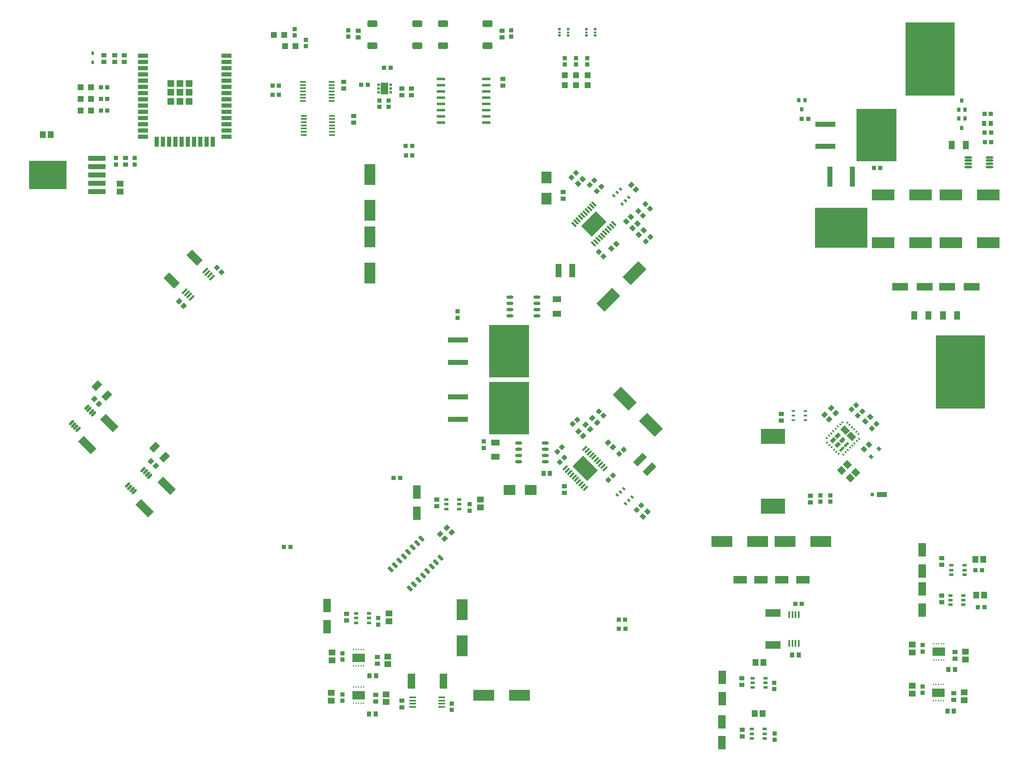
<source format=gbr>
G04*
G04 #@! TF.GenerationSoftware,Altium Limited,Altium Designer,22.4.2 (48)*
G04*
G04 Layer_Color=8421504*
%FSLAX25Y25*%
%MOIN*%
G70*
G04*
G04 #@! TF.SameCoordinates,B172E609-1CFC-4B23-86F5-1081F1DC675F*
G04*
G04*
G04 #@! TF.FilePolarity,Positive*
G04*
G01*
G75*
G04:AMPARAMS|DCode=23|XSize=27.56mil|YSize=17.72mil|CornerRadius=0mil|HoleSize=0mil|Usage=FLASHONLY|Rotation=135.000|XOffset=0mil|YOffset=0mil|HoleType=Round|Shape=Rectangle|*
%AMROTATEDRECTD23*
4,1,4,0.01601,-0.00348,0.00348,-0.01601,-0.01601,0.00348,-0.00348,0.01601,0.01601,-0.00348,0.0*
%
%ADD23ROTATEDRECTD23*%

G04:AMPARAMS|DCode=24|XSize=27.56mil|YSize=17.72mil|CornerRadius=0mil|HoleSize=0mil|Usage=FLASHONLY|Rotation=135.000|XOffset=0mil|YOffset=0mil|HoleType=Round|Shape=Rectangle|*
%AMROTATEDRECTD24*
4,1,4,0.01601,-0.00348,0.00348,-0.01601,-0.01601,0.00348,-0.00348,0.01601,0.01601,-0.00348,0.0*
%
%ADD24ROTATEDRECTD24*%

%ADD25R,0.02756X0.01772*%
%ADD26R,0.02756X0.01772*%
%ADD27R,0.39370X0.59055*%
%ADD28R,0.02362X0.01968*%
%ADD29R,0.06102X0.09646*%
%ADD30R,0.08661X0.16535*%
G04:AMPARAMS|DCode=31|XSize=21.65mil|YSize=66.93mil|CornerRadius=1.95mil|HoleSize=0mil|Usage=FLASHONLY|Rotation=90.000|XOffset=0mil|YOffset=0mil|HoleType=Round|Shape=RoundedRectangle|*
%AMROUNDEDRECTD31*
21,1,0.02165,0.06303,0,0,90.0*
21,1,0.01776,0.06693,0,0,90.0*
1,1,0.00390,0.03152,0.00888*
1,1,0.00390,0.03152,-0.00888*
1,1,0.00390,-0.03152,-0.00888*
1,1,0.00390,-0.03152,0.00888*
%
%ADD31ROUNDEDRECTD31*%
%ADD32R,0.03543X0.03937*%
%ADD33R,0.09843X0.06693*%
%ADD34R,0.00984X0.01575*%
%ADD35R,0.03740X0.03347*%
%ADD36R,0.03937X0.03543*%
G04:AMPARAMS|DCode=37|XSize=39.37mil|YSize=35.43mil|CornerRadius=0mil|HoleSize=0mil|Usage=FLASHONLY|Rotation=45.000|XOffset=0mil|YOffset=0mil|HoleType=Round|Shape=Rectangle|*
%AMROTATEDRECTD37*
4,1,4,-0.00139,-0.02645,-0.02645,-0.00139,0.00139,0.02645,0.02645,0.00139,-0.00139,-0.02645,0.0*
%
%ADD37ROTATEDRECTD37*%

G04:AMPARAMS|DCode=38|XSize=37.4mil|YSize=33.47mil|CornerRadius=0mil|HoleSize=0mil|Usage=FLASHONLY|Rotation=225.000|XOffset=0mil|YOffset=0mil|HoleType=Round|Shape=Rectangle|*
%AMROTATEDRECTD38*
4,1,4,0.00139,0.02506,0.02506,0.00139,-0.00139,-0.02506,-0.02506,-0.00139,0.00139,0.02506,0.0*
%
%ADD38ROTATEDRECTD38*%

G04:AMPARAMS|DCode=39|XSize=39.37mil|YSize=35.43mil|CornerRadius=0mil|HoleSize=0mil|Usage=FLASHONLY|Rotation=135.000|XOffset=0mil|YOffset=0mil|HoleType=Round|Shape=Rectangle|*
%AMROTATEDRECTD39*
4,1,4,0.02645,-0.00139,0.00139,-0.02645,-0.02645,0.00139,-0.00139,0.02645,0.02645,-0.00139,0.0*
%
%ADD39ROTATEDRECTD39*%

G04:AMPARAMS|DCode=40|XSize=37.4mil|YSize=33.47mil|CornerRadius=0mil|HoleSize=0mil|Usage=FLASHONLY|Rotation=135.000|XOffset=0mil|YOffset=0mil|HoleType=Round|Shape=Rectangle|*
%AMROTATEDRECTD40*
4,1,4,0.02506,-0.00139,0.00139,-0.02506,-0.02506,0.00139,-0.00139,0.02506,0.02506,-0.00139,0.0*
%
%ADD40ROTATEDRECTD40*%

%ADD41R,0.08465X0.09646*%
G04:AMPARAMS|DCode=42|XSize=118.11mil|YSize=165.35mil|CornerRadius=1.77mil|HoleSize=0mil|Usage=FLASHONLY|Rotation=135.000|XOffset=0mil|YOffset=0mil|HoleType=Round|Shape=RoundedRectangle|*
%AMROUNDEDRECTD42*
21,1,0.11811,0.16181,0,0,135.0*
21,1,0.11457,0.16535,0,0,135.0*
1,1,0.00354,0.01670,0.09771*
1,1,0.00354,0.09771,0.01670*
1,1,0.00354,-0.01670,-0.09771*
1,1,0.00354,-0.09771,-0.01670*
%
%ADD42ROUNDEDRECTD42*%
G04:AMPARAMS|DCode=43|XSize=15.75mil|YSize=47.24mil|CornerRadius=1.97mil|HoleSize=0mil|Usage=FLASHONLY|Rotation=225.000|XOffset=0mil|YOffset=0mil|HoleType=Round|Shape=RoundedRectangle|*
%AMROUNDEDRECTD43*
21,1,0.01575,0.04331,0,0,225.0*
21,1,0.01181,0.04724,0,0,225.0*
1,1,0.00394,-0.01949,0.01114*
1,1,0.00394,-0.01114,0.01949*
1,1,0.00394,0.01949,-0.01114*
1,1,0.00394,0.01114,-0.01949*
%
%ADD43ROUNDEDRECTD43*%
G04:AMPARAMS|DCode=44|XSize=90.55mil|YSize=179.13mil|CornerRadius=0mil|HoleSize=0mil|Usage=FLASHONLY|Rotation=135.000|XOffset=0mil|YOffset=0mil|HoleType=Round|Shape=Rectangle|*
%AMROTATEDRECTD44*
4,1,4,0.09535,0.03132,-0.03132,-0.09535,-0.09535,-0.03132,0.03132,0.09535,0.09535,0.03132,0.0*
%
%ADD44ROTATEDRECTD44*%

%ADD45R,0.03347X0.03740*%
G04:AMPARAMS|DCode=46|XSize=90.55mil|YSize=179.13mil|CornerRadius=0mil|HoleSize=0mil|Usage=FLASHONLY|Rotation=225.000|XOffset=0mil|YOffset=0mil|HoleType=Round|Shape=Rectangle|*
%AMROTATEDRECTD46*
4,1,4,-0.03132,0.09535,0.09535,-0.03132,0.03132,-0.09535,-0.09535,0.03132,-0.03132,0.09535,0.0*
%
%ADD46ROTATEDRECTD46*%

%ADD47R,0.09646X0.08465*%
G04:AMPARAMS|DCode=48|XSize=106.3mil|YSize=51.18mil|CornerRadius=0mil|HoleSize=0mil|Usage=FLASHONLY|Rotation=225.000|XOffset=0mil|YOffset=0mil|HoleType=Round|Shape=Rectangle|*
%AMROTATEDRECTD48*
4,1,4,0.01949,0.05568,0.05568,0.01949,-0.01949,-0.05568,-0.05568,-0.01949,0.01949,0.05568,0.0*
%
%ADD48ROTATEDRECTD48*%

G04:AMPARAMS|DCode=49|XSize=32.68mil|YSize=24.61mil|CornerRadius=0mil|HoleSize=0mil|Usage=FLASHONLY|Rotation=315.000|XOffset=0mil|YOffset=0mil|HoleType=Round|Shape=Rectangle|*
%AMROTATEDRECTD49*
4,1,4,-0.02025,0.00285,-0.00285,0.02025,0.02025,-0.00285,0.00285,-0.02025,-0.02025,0.00285,0.0*
%
%ADD49ROTATEDRECTD49*%

%ADD50R,0.07874X0.04331*%
%ADD51R,0.03150X0.03150*%
%ADD52R,0.02362X0.01968*%
%ADD53R,0.02362X0.01575*%
%ADD54R,0.04724X0.04724*%
G04:AMPARAMS|DCode=55|XSize=55.12mil|YSize=51.18mil|CornerRadius=0mil|HoleSize=0mil|Usage=FLASHONLY|Rotation=135.000|XOffset=0mil|YOffset=0mil|HoleType=Round|Shape=Rectangle|*
%AMROTATEDRECTD55*
4,1,4,0.03758,-0.00139,0.00139,-0.03758,-0.03758,0.00139,-0.00139,0.03758,0.03758,-0.00139,0.0*
%
%ADD55ROTATEDRECTD55*%

%ADD56R,0.04724X0.04724*%
G04:AMPARAMS|DCode=57|XSize=55.12mil|YSize=82.68mil|CornerRadius=13.78mil|HoleSize=0mil|Usage=FLASHONLY|Rotation=90.000|XOffset=0mil|YOffset=0mil|HoleType=Round|Shape=RoundedRectangle|*
%AMROUNDEDRECTD57*
21,1,0.05512,0.05512,0,0,90.0*
21,1,0.02756,0.08268,0,0,90.0*
1,1,0.02756,0.02756,0.01378*
1,1,0.02756,0.02756,-0.01378*
1,1,0.02756,-0.02756,-0.01378*
1,1,0.02756,-0.02756,0.01378*
%
%ADD57ROUNDEDRECTD57*%
%ADD58O,0.04961X0.01417*%
%ADD59R,0.05236X0.05236*%
%ADD60R,0.03543X0.07874*%
%ADD61R,0.07874X0.03543*%
%ADD62R,0.01968X0.03150*%
%ADD63R,0.05118X0.05512*%
G04:AMPARAMS|DCode=64|XSize=228.35mil|YSize=303.15mil|CornerRadius=2.28mil|HoleSize=0mil|Usage=FLASHONLY|Rotation=270.000|XOffset=0mil|YOffset=0mil|HoleType=Round|Shape=RoundedRectangle|*
%AMROUNDEDRECTD64*
21,1,0.22835,0.29858,0,0,270.0*
21,1,0.22378,0.30315,0,0,270.0*
1,1,0.00457,-0.14929,-0.11189*
1,1,0.00457,-0.14929,0.11189*
1,1,0.00457,0.14929,0.11189*
1,1,0.00457,0.14929,-0.11189*
%
%ADD64ROUNDEDRECTD64*%
G04:AMPARAMS|DCode=65|XSize=39.37mil|YSize=137.8mil|CornerRadius=1.97mil|HoleSize=0mil|Usage=FLASHONLY|Rotation=270.000|XOffset=0mil|YOffset=0mil|HoleType=Round|Shape=RoundedRectangle|*
%AMROUNDEDRECTD65*
21,1,0.03937,0.13386,0,0,270.0*
21,1,0.03543,0.13780,0,0,270.0*
1,1,0.00394,-0.06693,-0.01772*
1,1,0.00394,-0.06693,0.01772*
1,1,0.00394,0.06693,0.01772*
1,1,0.00394,0.06693,-0.01772*
%
%ADD65ROUNDEDRECTD65*%
%ADD66R,0.05512X0.05118*%
%ADD67O,0.06299X0.01772*%
%ADD68R,0.32284X0.42323*%
%ADD69R,0.16339X0.04331*%
G04:AMPARAMS|DCode=70|XSize=51.58mil|YSize=24.41mil|CornerRadius=3.05mil|HoleSize=0mil|Usage=FLASHONLY|Rotation=315.000|XOffset=0mil|YOffset=0mil|HoleType=Round|Shape=RoundedRectangle|*
%AMROUNDEDRECTD70*
21,1,0.05158,0.01831,0,0,315.0*
21,1,0.04547,0.02441,0,0,315.0*
1,1,0.00610,0.00960,-0.02255*
1,1,0.00610,-0.02255,0.00960*
1,1,0.00610,-0.00960,0.02255*
1,1,0.00610,0.02255,-0.00960*
%
%ADD70ROUNDEDRECTD70*%
G04:AMPARAMS|DCode=71|XSize=15.75mil|YSize=11.81mil|CornerRadius=0mil|HoleSize=0mil|Usage=FLASHONLY|Rotation=225.000|XOffset=0mil|YOffset=0mil|HoleType=Round|Shape=Rectangle|*
%AMROTATEDRECTD71*
4,1,4,0.00139,0.00974,0.00974,0.00139,-0.00139,-0.00974,-0.00974,-0.00139,0.00139,0.00974,0.0*
%
%ADD71ROTATEDRECTD71*%

G04:AMPARAMS|DCode=72|XSize=15.75mil|YSize=11.81mil|CornerRadius=0mil|HoleSize=0mil|Usage=FLASHONLY|Rotation=135.000|XOffset=0mil|YOffset=0mil|HoleType=Round|Shape=Rectangle|*
%AMROTATEDRECTD72*
4,1,4,0.00974,-0.00139,0.00139,-0.00974,-0.00974,0.00139,-0.00139,0.00974,0.00974,-0.00139,0.0*
%
%ADD72ROTATEDRECTD72*%

G04:AMPARAMS|DCode=73|XSize=118.11mil|YSize=165.35mil|CornerRadius=1.77mil|HoleSize=0mil|Usage=FLASHONLY|Rotation=225.000|XOffset=0mil|YOffset=0mil|HoleType=Round|Shape=RoundedRectangle|*
%AMROUNDEDRECTD73*
21,1,0.11811,0.16181,0,0,225.0*
21,1,0.11457,0.16535,0,0,225.0*
1,1,0.00354,-0.09771,0.01670*
1,1,0.00354,-0.01670,0.09771*
1,1,0.00354,0.09771,-0.01670*
1,1,0.00354,0.01670,-0.09771*
%
%ADD73ROUNDEDRECTD73*%
G04:AMPARAMS|DCode=74|XSize=15.75mil|YSize=47.24mil|CornerRadius=1.97mil|HoleSize=0mil|Usage=FLASHONLY|Rotation=315.000|XOffset=0mil|YOffset=0mil|HoleType=Round|Shape=RoundedRectangle|*
%AMROUNDEDRECTD74*
21,1,0.01575,0.04331,0,0,315.0*
21,1,0.01181,0.04724,0,0,315.0*
1,1,0.00394,-0.01114,-0.01949*
1,1,0.00394,-0.01949,-0.01114*
1,1,0.00394,0.01114,0.01949*
1,1,0.00394,0.01949,0.01114*
%
%ADD74ROUNDEDRECTD74*%
%ADD75R,0.16535X0.08661*%
%ADD76R,0.05512X0.01772*%
%ADD77R,0.06299X0.12205*%
%ADD78R,0.05118X0.10630*%
G04:AMPARAMS|DCode=79|XSize=17.72mil|YSize=55.12mil|CornerRadius=0mil|HoleSize=0mil|Usage=FLASHONLY|Rotation=135.000|XOffset=0mil|YOffset=0mil|HoleType=Round|Shape=Rectangle|*
%AMROTATEDRECTD79*
4,1,4,0.02575,0.01322,-0.01322,-0.02575,-0.02575,-0.01322,0.01322,0.02575,0.02575,0.01322,0.0*
%
%ADD79ROTATEDRECTD79*%

G04:AMPARAMS|DCode=80|XSize=122.05mil|YSize=62.99mil|CornerRadius=0mil|HoleSize=0mil|Usage=FLASHONLY|Rotation=315.000|XOffset=0mil|YOffset=0mil|HoleType=Round|Shape=Rectangle|*
%AMROTATEDRECTD80*
4,1,4,-0.06542,0.02088,-0.02088,0.06542,0.06542,-0.02088,0.02088,-0.06542,-0.06542,0.02088,0.0*
%
%ADD80ROTATEDRECTD80*%

%ADD81R,0.12205X0.06299*%
%ADD82R,0.01772X0.05512*%
%ADD83R,0.11024X0.06299*%
%ADD84R,0.19685X0.12205*%
%ADD85R,0.07087X0.05118*%
%ADD86O,0.05709X0.02362*%
G04:AMPARAMS|DCode=87|XSize=143.7mil|YSize=62.99mil|CornerRadius=0mil|HoleSize=0mil|Usage=FLASHONLY|Rotation=315.000|XOffset=0mil|YOffset=0mil|HoleType=Round|Shape=Rectangle|*
%AMROTATEDRECTD87*
4,1,4,-0.07308,0.02854,-0.02854,0.07308,0.07308,-0.02854,0.02854,-0.07308,-0.07308,0.02854,0.0*
%
%ADD87ROTATEDRECTD87*%

G04:AMPARAMS|DCode=88|XSize=70.87mil|YSize=51.18mil|CornerRadius=0mil|HoleSize=0mil|Usage=FLASHONLY|Rotation=45.000|XOffset=0mil|YOffset=0mil|HoleType=Round|Shape=Rectangle|*
%AMROTATEDRECTD88*
4,1,4,-0.00696,-0.04315,-0.04315,-0.00696,0.00696,0.04315,0.04315,0.00696,-0.00696,-0.04315,0.0*
%
%ADD88ROTATEDRECTD88*%

G04:AMPARAMS|DCode=89|XSize=19.68mil|YSize=53.15mil|CornerRadius=0mil|HoleSize=0mil|Usage=FLASHONLY|Rotation=315.000|XOffset=0mil|YOffset=0mil|HoleType=Round|Shape=Round|*
%AMOVALD89*
21,1,0.03347,0.01968,0.00000,0.00000,45.0*
1,1,0.01968,-0.01183,-0.01183*
1,1,0.01968,0.01183,0.01183*
%
%ADD89OVALD89*%

%ADD90R,0.06299X0.11024*%
%ADD91R,0.03740X0.02362*%
%ADD92R,0.05118X0.07087*%
%ADD93R,0.02756X0.03543*%
%ADD94R,0.04331X0.16339*%
%ADD95R,0.42323X0.32284*%
%ADD96R,0.12598X0.06299*%
%ADD97R,0.17913X0.09055*%
G36*
X663456Y258790D02*
X660116Y255449D01*
X655801Y259764D01*
X659141Y263105D01*
X663456Y258790D01*
D02*
G37*
G36*
X656190Y255171D02*
X653100Y252081D01*
X650873Y254308D01*
X653963Y257398D01*
X656190Y255171D01*
D02*
G37*
G36*
X668328Y253918D02*
X664987Y250577D01*
X660672Y254892D01*
X664013Y258233D01*
X668328Y253918D01*
D02*
G37*
G36*
X659837Y251524D02*
X656747Y248434D01*
X654520Y250661D01*
X657610Y253751D01*
X659837Y251524D01*
D02*
G37*
G36*
X652543Y251524D02*
X649453Y248434D01*
X647226Y250661D01*
X650316Y253751D01*
X652543Y251524D01*
D02*
G37*
G36*
X662886Y248476D02*
X659796Y245385D01*
X658403Y246777D01*
X661494Y249868D01*
X662886Y248476D01*
D02*
G37*
G36*
X656190Y247877D02*
X653100Y244787D01*
X650873Y247014D01*
X653963Y250104D01*
X656190Y247877D01*
D02*
G37*
G36*
X659239Y244829D02*
X656149Y241739D01*
X654757Y243130D01*
X657847Y246221D01*
X659239Y244829D01*
D02*
G37*
D23*
X482116Y212217D02*
D03*
X476827Y206928D02*
D03*
X488798Y205536D02*
D03*
X483508Y200246D02*
D03*
X479225Y452442D02*
D03*
X473936Y447153D02*
D03*
X485907Y445761D02*
D03*
X480617Y440471D02*
D03*
D24*
X479471Y209572D02*
D03*
X486153Y202891D02*
D03*
X476580Y449797D02*
D03*
X483262Y443116D02*
D03*
D25*
X627559Y266929D02*
D03*
Y274409D02*
D03*
X618110Y266929D02*
D03*
Y274409D02*
D03*
D26*
X627559Y270669D02*
D03*
X618110D02*
D03*
D27*
X751968Y305906D02*
D03*
X727559Y556693D02*
D03*
D28*
X285197Y536221D02*
D03*
Y533071D02*
D03*
Y529921D02*
D03*
X294882D02*
D03*
Y533071D02*
D03*
Y536221D02*
D03*
D29*
X290039Y533071D02*
D03*
D30*
X278346Y385236D02*
D03*
Y413976D02*
D03*
X352362Y86221D02*
D03*
Y114961D02*
D03*
X278346Y435433D02*
D03*
Y464173D02*
D03*
D31*
X371850Y505728D02*
D03*
Y510728D02*
D03*
Y515728D02*
D03*
Y520728D02*
D03*
Y525728D02*
D03*
Y530728D02*
D03*
Y535728D02*
D03*
Y540728D02*
D03*
X335236Y505728D02*
D03*
Y510728D02*
D03*
Y515728D02*
D03*
Y520728D02*
D03*
Y525728D02*
D03*
Y530728D02*
D03*
Y535728D02*
D03*
Y540728D02*
D03*
D32*
X747638Y66929D02*
D03*
X742323D02*
D03*
X422835Y224410D02*
D03*
X417520D02*
D03*
X622441Y78740D02*
D03*
X617126D02*
D03*
X277658Y31496D02*
D03*
X282972D02*
D03*
X278051Y62205D02*
D03*
X283366D02*
D03*
X741535Y33858D02*
D03*
X746850D02*
D03*
X771063Y505118D02*
D03*
X776378D02*
D03*
D33*
X734252Y48425D02*
D03*
X269291Y46457D02*
D03*
X269291Y76575D02*
D03*
X734646Y81299D02*
D03*
D34*
X730315Y54921D02*
D03*
X732283D02*
D03*
X734252Y54921D02*
D03*
X736221Y54921D02*
D03*
X738189D02*
D03*
Y41929D02*
D03*
X736221D02*
D03*
X734252D02*
D03*
X732283D02*
D03*
X730315D02*
D03*
X265354Y39961D02*
D03*
X267323D02*
D03*
X269291D02*
D03*
X271260D02*
D03*
X273228D02*
D03*
Y52953D02*
D03*
X271260D02*
D03*
X269291Y52953D02*
D03*
X267323Y52953D02*
D03*
X265354D02*
D03*
X265354Y70079D02*
D03*
X267323D02*
D03*
X269291Y70079D02*
D03*
X271260Y70079D02*
D03*
X273228D02*
D03*
Y83071D02*
D03*
X271260D02*
D03*
X269291D02*
D03*
X267323D02*
D03*
X265354D02*
D03*
X730709Y74803D02*
D03*
X732677D02*
D03*
X734646D02*
D03*
X736614Y74803D02*
D03*
X738583D02*
D03*
Y87795D02*
D03*
X736614D02*
D03*
X734646Y87795D02*
D03*
X732677D02*
D03*
X730709D02*
D03*
D35*
X256299Y42126D02*
D03*
Y47244D02*
D03*
X647638Y206737D02*
D03*
X647638Y201619D02*
D03*
X639590Y206737D02*
D03*
Y201619D02*
D03*
X443601Y557480D02*
D03*
Y552362D02*
D03*
X434546Y557480D02*
D03*
Y552362D02*
D03*
X452756Y557480D02*
D03*
Y552362D02*
D03*
X227165Y572047D02*
D03*
Y566929D02*
D03*
X218110Y580905D02*
D03*
Y575787D02*
D03*
X391732Y579744D02*
D03*
Y574626D02*
D03*
X261024Y579744D02*
D03*
Y574626D02*
D03*
X89764Y472244D02*
D03*
Y477362D02*
D03*
X344094Y39764D02*
D03*
Y34646D02*
D03*
X74803Y472244D02*
D03*
Y477362D02*
D03*
X256299Y80118D02*
D03*
Y75000D02*
D03*
X369685Y250000D02*
D03*
Y244882D02*
D03*
X348819Y354331D02*
D03*
Y349213D02*
D03*
X721654Y53543D02*
D03*
Y48425D02*
D03*
X721654Y86614D02*
D03*
Y81496D02*
D03*
X285039Y108268D02*
D03*
Y103150D02*
D03*
X358268Y199606D02*
D03*
Y194488D02*
D03*
X602756Y56496D02*
D03*
Y51378D02*
D03*
X603150Y15748D02*
D03*
Y10630D02*
D03*
X293465Y518307D02*
D03*
Y523425D02*
D03*
X285984Y518307D02*
D03*
Y523425D02*
D03*
D36*
X608268Y272047D02*
D03*
Y266732D02*
D03*
X433465Y450000D02*
D03*
Y444685D02*
D03*
X434252Y213976D02*
D03*
Y208661D02*
D03*
X631542Y206324D02*
D03*
Y201009D02*
D03*
X384252Y574016D02*
D03*
Y579331D02*
D03*
X268898Y574016D02*
D03*
Y579331D02*
D03*
X385039Y540748D02*
D03*
Y535433D02*
D03*
X257480Y538484D02*
D03*
Y533169D02*
D03*
X265354Y511221D02*
D03*
Y505905D02*
D03*
X64961Y554331D02*
D03*
Y559646D02*
D03*
X81496Y554331D02*
D03*
Y559646D02*
D03*
X73622Y554331D02*
D03*
Y559646D02*
D03*
X303937Y36713D02*
D03*
Y42028D02*
D03*
X82284Y472146D02*
D03*
Y477461D02*
D03*
X283071Y46654D02*
D03*
Y41339D02*
D03*
X284252Y76968D02*
D03*
Y71653D02*
D03*
X746850Y48228D02*
D03*
Y42913D02*
D03*
X747638Y81102D02*
D03*
Y75787D02*
D03*
X737008Y151181D02*
D03*
Y156496D02*
D03*
Y126279D02*
D03*
Y120965D02*
D03*
X259842Y111811D02*
D03*
Y106496D02*
D03*
X331890Y203346D02*
D03*
Y198031D02*
D03*
X576772Y60138D02*
D03*
Y54823D02*
D03*
X577165Y18898D02*
D03*
Y13583D02*
D03*
X304095Y533071D02*
D03*
Y527756D02*
D03*
X311575Y533071D02*
D03*
Y527756D02*
D03*
D37*
X487974Y455727D02*
D03*
X491732Y451968D02*
D03*
X455113Y259825D02*
D03*
X451354Y263583D02*
D03*
X460540Y265050D02*
D03*
X456782Y268808D02*
D03*
X449475Y254327D02*
D03*
X445717Y258085D02*
D03*
X473228Y245276D02*
D03*
X469470Y249034D02*
D03*
X643003Y271564D02*
D03*
X646761Y267806D02*
D03*
X648210Y276593D02*
D03*
X651968Y272835D02*
D03*
X343916Y176950D02*
D03*
X340158Y180709D02*
D03*
X338493Y172137D02*
D03*
X334735Y175895D02*
D03*
X129080Y358786D02*
D03*
X125322Y362544D02*
D03*
X57369Y283979D02*
D03*
X61127Y280221D02*
D03*
X106558Y230471D02*
D03*
X102800Y234229D02*
D03*
D38*
X502991Y436773D02*
D03*
X499372Y440392D02*
D03*
X493625Y434721D02*
D03*
X497244Y431102D02*
D03*
X462129Y402044D02*
D03*
X465748Y398425D02*
D03*
X465589Y270631D02*
D03*
X461970Y274251D02*
D03*
X155805Y389409D02*
D03*
X159424Y385790D02*
D03*
D39*
X497333Y189853D02*
D03*
X501092Y193611D02*
D03*
X445289Y456706D02*
D03*
X449048Y460465D02*
D03*
X494118Y415740D02*
D03*
X497876Y419498D02*
D03*
X483881Y426370D02*
D03*
X487640Y430128D02*
D03*
X489171Y421080D02*
D03*
X492929Y424839D02*
D03*
X675769Y265927D02*
D03*
X679528Y269685D02*
D03*
X678561Y247459D02*
D03*
X674803Y243701D02*
D03*
X472137Y404814D02*
D03*
X475895Y408572D02*
D03*
D40*
X492277Y195096D02*
D03*
X495896Y198715D02*
D03*
X440082Y461735D02*
D03*
X443701Y465354D02*
D03*
X454724Y455905D02*
D03*
X458344Y459525D02*
D03*
X460236Y450787D02*
D03*
X463855Y454406D02*
D03*
X499769Y410367D02*
D03*
X503388Y413986D02*
D03*
X482125Y243542D02*
D03*
X478505Y239923D02*
D03*
X441104Y263938D02*
D03*
X444723Y267558D02*
D03*
X469844Y219057D02*
D03*
X473463Y222676D02*
D03*
X430709Y233465D02*
D03*
X434328Y237084D02*
D03*
X428740Y241732D02*
D03*
X432359Y245351D02*
D03*
X681046Y260574D02*
D03*
X684665Y264193D02*
D03*
X669844Y270631D02*
D03*
X673463Y274251D02*
D03*
X664567Y275590D02*
D03*
X668186Y279210D02*
D03*
D41*
X420079Y444685D02*
D03*
Y461614D02*
D03*
D42*
X457968Y424383D02*
D03*
D43*
X457759Y408307D02*
D03*
X459569Y410116D02*
D03*
X461378Y411926D02*
D03*
X463188Y413735D02*
D03*
X464997Y415545D02*
D03*
X466807Y417354D02*
D03*
X468617Y419164D02*
D03*
X470426Y420973D02*
D03*
X472236Y422783D02*
D03*
X474045Y424592D02*
D03*
X441891Y424175D02*
D03*
X443701Y425984D02*
D03*
X445510Y427794D02*
D03*
X447320Y429603D02*
D03*
X449129Y431413D02*
D03*
X450939Y433222D02*
D03*
X452748Y435032D02*
D03*
X454558Y436841D02*
D03*
X456367Y438651D02*
D03*
X458177Y440460D02*
D03*
D44*
X490676Y384964D02*
D03*
X469519Y363806D02*
D03*
D45*
X312205Y487008D02*
D03*
X307087D02*
D03*
X307283Y479528D02*
D03*
X312402D02*
D03*
X477953Y107087D02*
D03*
X483071D02*
D03*
X478150Y99606D02*
D03*
X483268D02*
D03*
X271457Y536221D02*
D03*
X276575D02*
D03*
X289764Y549606D02*
D03*
X294882D02*
D03*
X200394Y527953D02*
D03*
X205512D02*
D03*
X205315Y535433D02*
D03*
X200197D02*
D03*
X62598Y534252D02*
D03*
X67716D02*
D03*
X62598Y524803D02*
D03*
X67716D02*
D03*
X62598Y515354D02*
D03*
X67716D02*
D03*
X687795Y469291D02*
D03*
X682677D02*
D03*
X619685Y119685D02*
D03*
X624803D02*
D03*
X209449Y165354D02*
D03*
X214567D02*
D03*
X766142Y116929D02*
D03*
X771260D02*
D03*
X764173Y146850D02*
D03*
X769291D02*
D03*
X302559Y220866D02*
D03*
X297441D02*
D03*
X771457Y497638D02*
D03*
X776575D02*
D03*
X771260Y512598D02*
D03*
X776378D02*
D03*
X624803Y508661D02*
D03*
X629921D02*
D03*
X771654Y490158D02*
D03*
X776772D02*
D03*
D46*
X503731Y263417D02*
D03*
X482573Y284575D02*
D03*
D47*
X407283Y211024D02*
D03*
X390354D02*
D03*
D48*
X494921Y235394D02*
D03*
X502716Y227599D02*
D03*
D49*
X680368Y237848D02*
D03*
X686562Y244042D02*
D03*
D50*
X688976Y207480D02*
D03*
D51*
X681496D02*
D03*
D52*
X451968Y580709D02*
D03*
Y575591D02*
D03*
X459055D02*
D03*
Y580709D02*
D03*
X430315D02*
D03*
Y575591D02*
D03*
X437402D02*
D03*
Y580709D02*
D03*
D53*
X451968Y578150D02*
D03*
X459055D02*
D03*
X430315D02*
D03*
X437402D02*
D03*
D54*
X434646Y543898D02*
D03*
Y535630D02*
D03*
X443701Y543898D02*
D03*
Y535630D02*
D03*
X452856Y543898D02*
D03*
Y535630D02*
D03*
D55*
X667975Y225062D02*
D03*
X663521Y220607D02*
D03*
X656828Y226907D02*
D03*
X661282Y231361D02*
D03*
D56*
X210433Y566929D02*
D03*
X218701D02*
D03*
X209646Y575984D02*
D03*
X201378D02*
D03*
X46260Y524803D02*
D03*
X54528D02*
D03*
Y534252D02*
D03*
X46260D02*
D03*
Y515354D02*
D03*
X54528D02*
D03*
D57*
X316339Y585039D02*
D03*
Y567323D02*
D03*
X280512D02*
D03*
Y585039D02*
D03*
X372835D02*
D03*
Y567323D02*
D03*
X337008D02*
D03*
Y585039D02*
D03*
D58*
X224803Y538386D02*
D03*
Y535827D02*
D03*
Y533268D02*
D03*
Y530709D02*
D03*
Y528149D02*
D03*
Y525590D02*
D03*
Y523031D02*
D03*
X247638Y538386D02*
D03*
Y535827D02*
D03*
Y533268D02*
D03*
Y530709D02*
D03*
Y528149D02*
D03*
Y525590D02*
D03*
Y523031D02*
D03*
X225197Y511221D02*
D03*
Y508661D02*
D03*
Y506102D02*
D03*
Y503543D02*
D03*
Y500984D02*
D03*
Y498425D02*
D03*
Y495866D02*
D03*
X248031Y511221D02*
D03*
Y508661D02*
D03*
Y506102D02*
D03*
Y503543D02*
D03*
Y500984D02*
D03*
Y498425D02*
D03*
Y495866D02*
D03*
D59*
X133209Y522697D02*
D03*
X125984D02*
D03*
X118760D02*
D03*
X133209Y529921D02*
D03*
X125984D02*
D03*
X118760D02*
D03*
X133209Y537146D02*
D03*
X125984D02*
D03*
X118760D02*
D03*
D60*
X152421Y490512D02*
D03*
X147421D02*
D03*
X142421D02*
D03*
X137421D02*
D03*
X132421D02*
D03*
X127421D02*
D03*
X122421D02*
D03*
X117421D02*
D03*
X112421D02*
D03*
X107421D02*
D03*
D61*
X163386Y559449D02*
D03*
Y554449D02*
D03*
Y549449D02*
D03*
Y544449D02*
D03*
Y539449D02*
D03*
Y534449D02*
D03*
Y529449D02*
D03*
Y524449D02*
D03*
Y519449D02*
D03*
Y514449D02*
D03*
Y509449D02*
D03*
Y504449D02*
D03*
Y499449D02*
D03*
Y494449D02*
D03*
X96457D02*
D03*
Y499449D02*
D03*
Y504449D02*
D03*
Y509449D02*
D03*
Y514449D02*
D03*
Y519449D02*
D03*
Y524449D02*
D03*
Y529449D02*
D03*
Y534449D02*
D03*
Y539449D02*
D03*
Y544449D02*
D03*
Y549449D02*
D03*
Y554449D02*
D03*
Y559449D02*
D03*
D62*
X55905Y561319D02*
D03*
Y554232D02*
D03*
D63*
X16142Y496063D02*
D03*
X22441D02*
D03*
X764567Y126772D02*
D03*
X770866D02*
D03*
X764173Y155512D02*
D03*
X770472D02*
D03*
X594095Y72835D02*
D03*
X587795D02*
D03*
X593307Y31890D02*
D03*
X587008D02*
D03*
D64*
X20079Y463779D02*
D03*
D65*
X59449Y477165D02*
D03*
Y470472D02*
D03*
Y463779D02*
D03*
Y457087D02*
D03*
Y450394D02*
D03*
D66*
X77953Y456693D02*
D03*
Y450394D02*
D03*
X291339Y47244D02*
D03*
Y40945D02*
D03*
X247244Y48425D02*
D03*
Y42126D02*
D03*
X248031Y80709D02*
D03*
Y74410D02*
D03*
X292520Y77559D02*
D03*
Y71260D02*
D03*
X755118Y48819D02*
D03*
Y42520D02*
D03*
X713386Y54134D02*
D03*
Y47835D02*
D03*
X713386Y87008D02*
D03*
Y80709D02*
D03*
X755905Y81496D02*
D03*
Y75197D02*
D03*
X293701Y112205D02*
D03*
Y105905D02*
D03*
X366929Y203543D02*
D03*
Y197244D02*
D03*
D67*
X758465Y477854D02*
D03*
Y475295D02*
D03*
Y472736D02*
D03*
Y470177D02*
D03*
X775394Y477854D02*
D03*
Y475295D02*
D03*
Y472736D02*
D03*
Y470177D02*
D03*
D68*
X684842Y495591D02*
D03*
X390158Y322441D02*
D03*
Y276772D02*
D03*
D69*
X643701Y486614D02*
D03*
Y504567D02*
D03*
X349016Y313465D02*
D03*
Y331417D02*
D03*
X349016Y267795D02*
D03*
Y285748D02*
D03*
D70*
X319728Y172004D02*
D03*
X316193Y168469D02*
D03*
X312657Y164933D02*
D03*
X309121Y161398D02*
D03*
X305586Y157862D02*
D03*
X302050Y154327D02*
D03*
X298515Y150791D02*
D03*
X294979Y147256D02*
D03*
X310291Y131944D02*
D03*
X313826Y135480D02*
D03*
X317362Y139015D02*
D03*
X320897Y142551D02*
D03*
X324433Y146086D02*
D03*
X327968Y149622D02*
D03*
X331504Y153157D02*
D03*
X335039Y156693D02*
D03*
D71*
X661299Y265123D02*
D03*
X663108Y263314D02*
D03*
X664918Y261504D02*
D03*
X666727Y259695D02*
D03*
X668537Y257885D02*
D03*
X670346Y256076D02*
D03*
X654200Y239929D02*
D03*
X652390Y241739D02*
D03*
X650581Y243548D02*
D03*
X648771Y245358D02*
D03*
X646962Y247167D02*
D03*
X645152Y248977D02*
D03*
D72*
X670764Y252178D02*
D03*
X668954Y250369D02*
D03*
X667145Y248559D02*
D03*
X665335Y246749D02*
D03*
X663526Y244940D02*
D03*
X661716Y243130D02*
D03*
X659907Y241321D02*
D03*
X658097Y239511D02*
D03*
X644735Y252874D02*
D03*
X646544Y254684D02*
D03*
X648354Y256493D02*
D03*
X650163Y258303D02*
D03*
X651973Y260112D02*
D03*
X653782Y261922D02*
D03*
X655592Y263731D02*
D03*
X657401Y265541D02*
D03*
D73*
X451036Y228455D02*
D03*
D74*
X467113Y228247D02*
D03*
X465304Y230056D02*
D03*
X463494Y231866D02*
D03*
X461685Y233675D02*
D03*
X459875Y235485D02*
D03*
X458066Y237294D02*
D03*
X456256Y239104D02*
D03*
X454447Y240914D02*
D03*
X452637Y242723D02*
D03*
X450828Y244532D02*
D03*
X451245Y212379D02*
D03*
X449436Y214188D02*
D03*
X447626Y215998D02*
D03*
X445817Y217807D02*
D03*
X444007Y219617D02*
D03*
X442198Y221426D02*
D03*
X440388Y223236D02*
D03*
X438579Y225045D02*
D03*
X436769Y226855D02*
D03*
X434960Y228664D02*
D03*
D75*
X369685Y46457D02*
D03*
X398425Y46457D02*
D03*
X589370Y169685D02*
D03*
X560630Y169685D02*
D03*
X611417Y169685D02*
D03*
X640158Y169685D02*
D03*
D76*
X336024Y37106D02*
D03*
Y39665D02*
D03*
Y42224D02*
D03*
Y44783D02*
D03*
X312795Y37106D02*
D03*
Y39665D02*
D03*
Y42224D02*
D03*
Y44783D02*
D03*
D77*
X337205Y57874D02*
D03*
X311614D02*
D03*
D78*
X440551Y387008D02*
D03*
X429528D02*
D03*
D79*
X151699Y381544D02*
D03*
X149890Y383354D02*
D03*
X148080Y385164D02*
D03*
X146270Y386973D02*
D03*
X135274Y365120D02*
D03*
X133465Y366929D02*
D03*
X131655Y368739D02*
D03*
X129845Y370548D02*
D03*
D80*
X137571Y397343D02*
D03*
X119475Y379248D02*
D03*
D81*
X601575Y112402D02*
D03*
Y86811D02*
D03*
D82*
X622342Y111221D02*
D03*
X619783D02*
D03*
X617224D02*
D03*
X614665D02*
D03*
X622342Y87992D02*
D03*
X619783D02*
D03*
X617224D02*
D03*
X614665D02*
D03*
D83*
X592126Y138976D02*
D03*
X575197D02*
D03*
X608661D02*
D03*
X625591D02*
D03*
D84*
X601575Y198031D02*
D03*
Y253937D02*
D03*
D85*
X379134Y249016D02*
D03*
Y237598D02*
D03*
X428346Y352559D02*
D03*
Y363976D02*
D03*
D86*
X412303Y350768D02*
D03*
Y355768D02*
D03*
Y360768D02*
D03*
Y365768D02*
D03*
X390846Y350768D02*
D03*
X390846Y355768D02*
D03*
Y360768D02*
D03*
X390846Y365768D02*
D03*
X397539Y248839D02*
D03*
Y243839D02*
D03*
Y238839D02*
D03*
Y233839D02*
D03*
X418996Y248839D02*
D03*
Y243839D02*
D03*
Y238839D02*
D03*
Y233839D02*
D03*
D87*
X51592Y247162D02*
D03*
X69270Y264840D02*
D03*
X97719Y196578D02*
D03*
X115397Y214255D02*
D03*
D88*
X67391Y286763D02*
D03*
X59318Y294836D02*
D03*
X113657Y237292D02*
D03*
X105583Y245365D02*
D03*
D89*
X38856Y265049D02*
D03*
X40666Y263239D02*
D03*
X42475Y261430D02*
D03*
X44285Y259620D02*
D03*
X51245Y277437D02*
D03*
X53054Y275627D02*
D03*
X54864Y273818D02*
D03*
X56673Y272008D02*
D03*
X84008Y215021D02*
D03*
X85818Y213211D02*
D03*
X87627Y211402D02*
D03*
X89437Y209592D02*
D03*
X96397Y227409D02*
D03*
X98206Y225599D02*
D03*
X100016Y223790D02*
D03*
X101825Y221980D02*
D03*
D90*
X721260Y162992D02*
D03*
Y146063D02*
D03*
Y114764D02*
D03*
Y131693D02*
D03*
X244094Y101575D02*
D03*
Y118504D02*
D03*
X316142Y192520D02*
D03*
Y209449D02*
D03*
X561024Y60630D02*
D03*
Y43701D02*
D03*
X560630Y8268D02*
D03*
Y25197D02*
D03*
D91*
X754429Y126575D02*
D03*
Y122835D02*
D03*
Y119095D02*
D03*
X743996D02*
D03*
Y122835D02*
D03*
Y126575D02*
D03*
X755217Y150591D02*
D03*
Y146850D02*
D03*
Y143110D02*
D03*
X744783D02*
D03*
Y146850D02*
D03*
Y150591D02*
D03*
X277658Y112008D02*
D03*
Y108268D02*
D03*
Y104528D02*
D03*
X267224D02*
D03*
Y108268D02*
D03*
Y112008D02*
D03*
X350098Y203346D02*
D03*
Y199606D02*
D03*
Y195866D02*
D03*
X339665D02*
D03*
Y199606D02*
D03*
Y203346D02*
D03*
X595669Y60236D02*
D03*
Y56496D02*
D03*
Y52756D02*
D03*
X585236D02*
D03*
Y56496D02*
D03*
Y60236D02*
D03*
X595079Y19291D02*
D03*
Y15551D02*
D03*
Y11811D02*
D03*
X584646D02*
D03*
Y15551D02*
D03*
Y19291D02*
D03*
D92*
X745079Y487795D02*
D03*
X756496D02*
D03*
X726378Y351181D02*
D03*
X714961D02*
D03*
X737992D02*
D03*
X749409D02*
D03*
D93*
X624803Y516339D02*
D03*
X622244Y523819D02*
D03*
X627362D02*
D03*
X753150Y523425D02*
D03*
X755709Y515945D02*
D03*
X750591D02*
D03*
X753150Y501575D02*
D03*
X750591Y509055D02*
D03*
X755709D02*
D03*
D94*
X665276Y462402D02*
D03*
X647323D02*
D03*
D95*
X656299Y421260D02*
D03*
D96*
X723228Y374016D02*
D03*
X703543D02*
D03*
X741339D02*
D03*
X761024D02*
D03*
D97*
X720079Y409449D02*
D03*
X690158D02*
D03*
X744488D02*
D03*
X774409D02*
D03*
X720079Y447638D02*
D03*
X690158D02*
D03*
X744488D02*
D03*
X774409Y447638D02*
D03*
M02*

</source>
